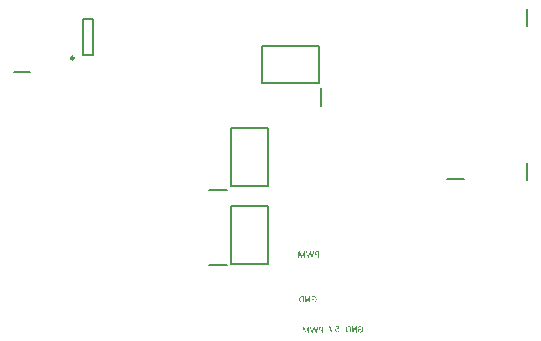
<source format=gbo>
G04*
G04 #@! TF.GenerationSoftware,Altium Limited,Altium Designer,18.1.9 (240)*
G04*
G04 Layer_Color=32896*
%FSLAX44Y44*%
%MOMM*%
G71*
G01*
G75*
%ADD11C,0.2000*%
%ADD14C,0.2500*%
G36*
X318778Y73936D02*
X318841Y73911D01*
X318866Y73899D01*
X318878Y73886D01*
X318890Y73880D01*
X318897Y73874D01*
X318928Y73842D01*
X318947Y73805D01*
X318972Y73730D01*
X318978Y73692D01*
X318984Y73661D01*
Y73643D01*
Y73636D01*
Y68875D01*
X318978Y68837D01*
X318972Y68825D01*
Y68819D01*
X318959Y68800D01*
X318941Y68794D01*
X318928Y68781D01*
X318922D01*
X318884Y68775D01*
X318853Y68769D01*
X318828Y68762D01*
X318815D01*
X318759Y68756D01*
X318703Y68750D01*
X318578D01*
X318528Y68756D01*
X318497Y68762D01*
X318484D01*
X318441Y68769D01*
X318403Y68775D01*
X318384Y68781D01*
X318378D01*
X318347Y68794D01*
X318328Y68806D01*
X318322Y68812D01*
X318316Y68819D01*
X318303Y68837D01*
X318297Y68856D01*
Y68869D01*
Y68875D01*
Y73380D01*
X316554Y68856D01*
X316535Y68825D01*
X316522Y68819D01*
Y68812D01*
X316479Y68787D01*
X316466Y68781D01*
X316460D01*
X316429Y68775D01*
X316391Y68769D01*
X316366Y68762D01*
X316360D01*
X316310Y68756D01*
X316266Y68750D01*
X316160D01*
X316116Y68756D01*
X316079D01*
X316035Y68762D01*
X316004Y68769D01*
X315985Y68775D01*
X315979D01*
X315947Y68787D01*
X315929Y68794D01*
X315923Y68806D01*
X315916D01*
X315885Y68837D01*
X315879Y68850D01*
Y68856D01*
X314054Y73380D01*
X314042D01*
Y68875D01*
X314035Y68837D01*
X314029Y68825D01*
Y68819D01*
X314011Y68800D01*
X313992Y68794D01*
X313979Y68781D01*
X313973D01*
X313942Y68775D01*
X313904Y68769D01*
X313879Y68762D01*
X313867D01*
X313811Y68756D01*
X313761Y68750D01*
X313636D01*
X313579Y68756D01*
X313548Y68762D01*
X313536D01*
X313492Y68769D01*
X313461Y68775D01*
X313442Y68781D01*
X313436D01*
X313404Y68794D01*
X313386Y68806D01*
X313379Y68812D01*
X313373Y68819D01*
X313361Y68837D01*
X313354Y68856D01*
Y68869D01*
Y68875D01*
Y73636D01*
X313361Y73692D01*
X313367Y73736D01*
X313373Y73761D01*
X313379Y73774D01*
X313398Y73818D01*
X313423Y73849D01*
X313442Y73867D01*
X313448Y73874D01*
X313479Y73899D01*
X313511Y73917D01*
X313529Y73924D01*
X313542Y73930D01*
X313579Y73942D01*
X313617Y73949D01*
X314098D01*
X314167Y73942D01*
X314223Y73936D01*
X314267Y73930D01*
X314273Y73924D01*
X314279D01*
X314329Y73899D01*
X314373Y73880D01*
X314404Y73855D01*
X314417Y73849D01*
X314460Y73805D01*
X314498Y73767D01*
X314523Y73730D01*
X314535Y73724D01*
Y73717D01*
X314573Y73649D01*
X314598Y73586D01*
X314610Y73555D01*
X314623Y73530D01*
X314629Y73517D01*
Y73511D01*
X316172Y69781D01*
X316191D01*
X317672Y73524D01*
X317703Y73599D01*
X317728Y73661D01*
X317753Y73699D01*
X317759Y73705D01*
Y73711D01*
X317797Y73767D01*
X317834Y73805D01*
X317866Y73836D01*
X317872Y73842D01*
X317878D01*
X317934Y73880D01*
X317991Y73905D01*
X318016Y73911D01*
X318034Y73917D01*
X318047Y73924D01*
X318053D01*
X318128Y73936D01*
X318203Y73949D01*
X318741D01*
X318778Y73936D01*
D02*
G37*
G36*
X326520Y73967D02*
X326545D01*
X326563Y73961D01*
X326576D01*
X326626Y73955D01*
X326657Y73942D01*
X326676Y73930D01*
X326682Y73924D01*
X326701Y73899D01*
X326707Y73874D01*
X326713Y73855D01*
Y73842D01*
X326707Y73799D01*
X326701Y73755D01*
X326695Y73717D01*
X326688Y73711D01*
Y73705D01*
X325320Y68925D01*
X325308Y68888D01*
X325295Y68856D01*
X325289Y68837D01*
X325283Y68831D01*
X325258Y68812D01*
X325226Y68794D01*
X325201Y68787D01*
X325195Y68781D01*
X325151Y68775D01*
X325101Y68769D01*
X325064Y68762D01*
X325051D01*
X324976Y68756D01*
X324901Y68750D01*
X324739D01*
X324677Y68756D01*
X324651D01*
X324633Y68762D01*
X324620D01*
X324564Y68769D01*
X324526Y68775D01*
X324495Y68781D01*
X324489D01*
X324451Y68800D01*
X324427Y68812D01*
X324414Y68825D01*
X324408Y68831D01*
X324389Y68863D01*
X324377Y68894D01*
X324364Y68919D01*
Y68925D01*
X323364Y72830D01*
X323358D01*
X322271Y68925D01*
X322258Y68888D01*
X322246Y68856D01*
X322240Y68837D01*
X322233Y68831D01*
X322208Y68812D01*
X322177Y68794D01*
X322152Y68787D01*
X322146Y68781D01*
X322102Y68775D01*
X322052Y68769D01*
X322015Y68762D01*
X322002D01*
X321933Y68756D01*
X321865Y68750D01*
X321708D01*
X321646Y68756D01*
X321621D01*
X321602Y68762D01*
X321590D01*
X321534Y68769D01*
X321490Y68775D01*
X321465Y68781D01*
X321452D01*
X321415Y68800D01*
X321390Y68812D01*
X321371Y68825D01*
X321365Y68831D01*
X321346Y68863D01*
X321327Y68894D01*
X321321Y68919D01*
X321315Y68925D01*
X319946Y73699D01*
X319934Y73761D01*
X319921Y73805D01*
Y73836D01*
Y73842D01*
X319928Y73874D01*
X319934Y73899D01*
X319946Y73911D01*
X319953Y73917D01*
X319984Y73936D01*
X320015Y73949D01*
X320040Y73961D01*
X320053D01*
X320109Y73967D01*
X320178Y73974D01*
X320321D01*
X320384Y73967D01*
X320421Y73961D01*
X320434D01*
X320478Y73955D01*
X320515Y73949D01*
X320534Y73942D01*
X320540Y73936D01*
X320565Y73924D01*
X320578Y73911D01*
X320590Y73899D01*
Y73892D01*
X320609Y73849D01*
X320615Y73830D01*
Y73824D01*
X321752Y69494D01*
X321758D01*
X322946Y73818D01*
X322958Y73849D01*
X322964Y73874D01*
X322971Y73886D01*
X322977Y73892D01*
X322996Y73911D01*
X323014Y73924D01*
X323033Y73936D01*
X323039D01*
X323071Y73949D01*
X323108Y73955D01*
X323133Y73961D01*
X323146D01*
X323202Y73967D01*
X323258Y73974D01*
X323402D01*
X323464Y73967D01*
X323483D01*
X323502Y73961D01*
X323514D01*
X323564Y73955D01*
X323602Y73949D01*
X323627Y73942D01*
X323633Y73936D01*
X323658Y73924D01*
X323677Y73911D01*
X323683Y73899D01*
X323689Y73892D01*
X323708Y73842D01*
X323714Y73824D01*
Y73818D01*
X324820Y69494D01*
X324827D01*
X325989Y73824D01*
X325995Y73855D01*
X326001Y73880D01*
X326007Y73892D01*
X326014Y73899D01*
X326026Y73917D01*
X326045Y73930D01*
X326057Y73942D01*
X326064D01*
X326095Y73955D01*
X326132Y73961D01*
X326164Y73967D01*
X326176D01*
X326232Y73974D01*
X326457D01*
X326520Y73967D01*
D02*
G37*
G36*
X330306Y73936D02*
X330363Y73917D01*
X330387Y73905D01*
X330406Y73892D01*
X330412Y73886D01*
X330419Y73880D01*
X330444Y73849D01*
X330462Y73818D01*
X330488Y73736D01*
X330494Y73705D01*
X330500Y73674D01*
Y73655D01*
Y73649D01*
Y68875D01*
X330494Y68837D01*
X330488Y68825D01*
Y68819D01*
X330469Y68800D01*
X330450Y68794D01*
X330438Y68781D01*
X330431D01*
X330400Y68775D01*
X330363Y68769D01*
X330337Y68762D01*
X330325D01*
X330269Y68756D01*
X330213Y68750D01*
X330094D01*
X330038Y68756D01*
X330006Y68762D01*
X329994D01*
X329950Y68769D01*
X329913Y68775D01*
X329894Y68781D01*
X329888D01*
X329863Y68794D01*
X329844Y68806D01*
X329838Y68812D01*
X329831Y68819D01*
X329819Y68837D01*
X329813Y68856D01*
Y68869D01*
Y68875D01*
Y70743D01*
X329225D01*
X329050Y70750D01*
X328894Y70762D01*
X328750Y70781D01*
X328632Y70806D01*
X328532Y70824D01*
X328494Y70837D01*
X328463Y70843D01*
X328438Y70849D01*
X328413Y70856D01*
X328407Y70862D01*
X328400D01*
X328276Y70912D01*
X328163Y70962D01*
X328063Y71018D01*
X327982Y71074D01*
X327913Y71124D01*
X327863Y71162D01*
X327832Y71187D01*
X327819Y71199D01*
X327732Y71287D01*
X327657Y71374D01*
X327594Y71462D01*
X327545Y71549D01*
X327501Y71618D01*
X327476Y71680D01*
X327457Y71718D01*
X327451Y71724D01*
Y71730D01*
X327407Y71849D01*
X327376Y71974D01*
X327351Y72087D01*
X327338Y72199D01*
X327326Y72293D01*
Y72330D01*
X327320Y72368D01*
Y72393D01*
Y72412D01*
Y72424D01*
Y72430D01*
X327326Y72537D01*
X327332Y72636D01*
X327345Y72730D01*
X327363Y72805D01*
X327382Y72874D01*
X327394Y72918D01*
X327401Y72949D01*
X327407Y72961D01*
X327438Y73049D01*
X327476Y73130D01*
X327513Y73205D01*
X327551Y73268D01*
X327588Y73318D01*
X327613Y73355D01*
X327632Y73380D01*
X327638Y73386D01*
X327695Y73455D01*
X327757Y73517D01*
X327819Y73568D01*
X327876Y73611D01*
X327932Y73649D01*
X327969Y73674D01*
X327994Y73692D01*
X328007Y73699D01*
X328088Y73742D01*
X328169Y73780D01*
X328238Y73805D01*
X328307Y73830D01*
X328357Y73849D01*
X328400Y73861D01*
X328425Y73867D01*
X328438D01*
X328513Y73886D01*
X328582Y73899D01*
X328644Y73911D01*
X328694Y73917D01*
X328738Y73924D01*
X328775Y73930D01*
X328800D01*
X328919Y73942D01*
X328969D01*
X329019Y73949D01*
X330269D01*
X330306Y73936D01*
D02*
G37*
G36*
X347331Y10736D02*
X347388Y10717D01*
X347419Y10692D01*
X347431Y10686D01*
Y10680D01*
X347450Y10655D01*
X347463Y10624D01*
X347481Y10561D01*
Y10530D01*
X347488Y10505D01*
Y10493D01*
Y10486D01*
Y8381D01*
Y8331D01*
X347481Y8287D01*
X347475Y8249D01*
X347463Y8224D01*
X347456Y8206D01*
X347450Y8193D01*
X347444Y8181D01*
X347400Y8149D01*
X347344Y8137D01*
X347319Y8131D01*
X347281D01*
X347169Y8137D01*
X347113D01*
X347063Y8143D01*
X347019Y8149D01*
X346988D01*
X346963Y8156D01*
X346956D01*
X346888Y8162D01*
X346819Y8168D01*
X346744Y8174D01*
X346682Y8181D01*
X346413D01*
X346300Y8168D01*
X346200Y8162D01*
X346113Y8149D01*
X346044Y8137D01*
X345988Y8131D01*
X345957Y8118D01*
X345944D01*
X345857Y8093D01*
X345775Y8062D01*
X345707Y8031D01*
X345644Y7999D01*
X345594Y7968D01*
X345563Y7943D01*
X345538Y7931D01*
X345532Y7924D01*
X345476Y7874D01*
X345426Y7824D01*
X345388Y7768D01*
X345351Y7724D01*
X345326Y7681D01*
X345307Y7643D01*
X345301Y7618D01*
X345294Y7612D01*
X345269Y7537D01*
X345244Y7462D01*
X345232Y7393D01*
X345226Y7325D01*
X345219Y7262D01*
X345213Y7218D01*
Y7187D01*
Y7175D01*
X345219Y7068D01*
X345226Y6968D01*
X345244Y6881D01*
X345257Y6812D01*
X345276Y6750D01*
X345294Y6706D01*
X345301Y6681D01*
X345307Y6668D01*
X345344Y6600D01*
X345388Y6531D01*
X345432Y6475D01*
X345469Y6425D01*
X345507Y6387D01*
X345538Y6356D01*
X345557Y6337D01*
X345563Y6331D01*
X345625Y6281D01*
X345694Y6244D01*
X345757Y6206D01*
X345819Y6181D01*
X345869Y6156D01*
X345913Y6144D01*
X345938Y6137D01*
X345951Y6131D01*
X346119Y6094D01*
X346200Y6081D01*
X346275Y6075D01*
X346344D01*
X346394Y6069D01*
X346544D01*
X346638Y6075D01*
X346719Y6087D01*
X346794Y6094D01*
X346856Y6106D01*
X346900Y6112D01*
X346925Y6119D01*
X346938D01*
X347013Y6137D01*
X347081Y6156D01*
X347138Y6175D01*
X347188Y6194D01*
X347231Y6206D01*
X347263Y6219D01*
X347281Y6225D01*
X347288D01*
X347381Y6269D01*
X347425Y6287D01*
X347456Y6306D01*
X347481Y6319D01*
X347500Y6331D01*
X347513Y6337D01*
X347519D01*
X347569Y6368D01*
X347606Y6381D01*
X347631Y6387D01*
X347656D01*
X347669Y6381D01*
X347681Y6375D01*
X347687Y6368D01*
X347713Y6337D01*
X347719Y6325D01*
X347725Y6319D01*
X347738Y6294D01*
X347744Y6262D01*
X347750Y6244D01*
Y6231D01*
Y6187D01*
Y6150D01*
Y6119D01*
Y6112D01*
Y6106D01*
Y6056D01*
Y6019D01*
Y5994D01*
Y5981D01*
X347744Y5944D01*
Y5919D01*
X347738Y5900D01*
Y5894D01*
X347719Y5856D01*
X347713Y5844D01*
Y5837D01*
X347687Y5806D01*
X347681Y5794D01*
X347675Y5787D01*
X347663Y5775D01*
X347637Y5762D01*
X347594Y5744D01*
X347556Y5719D01*
X347544Y5713D01*
X347538D01*
X347444Y5675D01*
X347356Y5644D01*
X347313Y5631D01*
X347281Y5619D01*
X347263Y5612D01*
X347256D01*
X347125Y5581D01*
X347063Y5569D01*
X347000Y5556D01*
X346950Y5550D01*
X346913Y5544D01*
X346881Y5537D01*
X346875D01*
X346713Y5519D01*
X346632Y5506D01*
X346563D01*
X346507Y5500D01*
X346419D01*
X346263Y5506D01*
X346113Y5519D01*
X345982Y5537D01*
X345863Y5556D01*
X345769Y5575D01*
X345726Y5587D01*
X345694Y5594D01*
X345669Y5600D01*
X345650Y5606D01*
X345638Y5612D01*
X345632D01*
X345501Y5663D01*
X345388Y5713D01*
X345282Y5769D01*
X345194Y5825D01*
X345119Y5875D01*
X345063Y5912D01*
X345032Y5937D01*
X345019Y5950D01*
X344926Y6037D01*
X344851Y6131D01*
X344782Y6225D01*
X344726Y6312D01*
X344682Y6387D01*
X344651Y6443D01*
X344638Y6468D01*
X344632Y6487D01*
X344626Y6493D01*
Y6500D01*
X344576Y6625D01*
X344545Y6750D01*
X344520Y6875D01*
X344501Y6993D01*
X344488Y7087D01*
Y7131D01*
X344482Y7168D01*
Y7200D01*
Y7218D01*
Y7231D01*
Y7237D01*
X344488Y7362D01*
X344501Y7474D01*
X344520Y7581D01*
X344538Y7668D01*
X344557Y7743D01*
X344576Y7799D01*
X344588Y7837D01*
X344595Y7849D01*
X344638Y7949D01*
X344695Y8037D01*
X344744Y8118D01*
X344801Y8187D01*
X344845Y8243D01*
X344882Y8287D01*
X344907Y8312D01*
X344920Y8318D01*
X345001Y8387D01*
X345094Y8449D01*
X345182Y8505D01*
X345269Y8549D01*
X345344Y8580D01*
X345401Y8605D01*
X345426Y8612D01*
X345444Y8618D01*
X345451Y8624D01*
X345457D01*
X345582Y8662D01*
X345707Y8687D01*
X345832Y8705D01*
X345951Y8718D01*
X346050Y8724D01*
X346094Y8730D01*
X346438D01*
X346475Y8724D01*
X346532D01*
X346632Y8718D01*
X346675Y8712D01*
X346719D01*
X346750Y8705D01*
X346775D01*
X346794Y8699D01*
X346800D01*
Y10149D01*
X344951D01*
X344926Y10155D01*
X344907Y10161D01*
X344869Y10186D01*
X344851Y10211D01*
X344845Y10224D01*
X344819Y10293D01*
X344807Y10367D01*
X344801Y10399D01*
Y10424D01*
Y10443D01*
Y10449D01*
Y10499D01*
X344807Y10543D01*
X344813Y10568D01*
Y10580D01*
X344826Y10618D01*
X344832Y10649D01*
X344838Y10667D01*
X344845Y10674D01*
X344857Y10699D01*
X344876Y10717D01*
X344888Y10724D01*
X344894Y10730D01*
X344920Y10742D01*
X344938Y10749D01*
X347294D01*
X347331Y10736D01*
D02*
G37*
G36*
X343632Y10767D02*
X343689D01*
X343707Y10761D01*
X343720D01*
X343770Y10755D01*
X343801Y10742D01*
X343826Y10730D01*
X343832Y10724D01*
X343851Y10699D01*
X343863Y10674D01*
X343870Y10655D01*
Y10642D01*
X343863Y10599D01*
X343851Y10555D01*
X343839Y10517D01*
X343832Y10511D01*
Y10505D01*
X342139Y5694D01*
X342120Y5656D01*
X342114Y5644D01*
Y5638D01*
X342089Y5612D01*
X342083Y5606D01*
X342076Y5600D01*
X342039Y5587D01*
X342026Y5581D01*
X342020D01*
X341989Y5575D01*
X341964D01*
X341945Y5569D01*
X341939D01*
X341902Y5562D01*
X341864Y5556D01*
X341827D01*
X341770Y5550D01*
X341589D01*
X341527Y5556D01*
X341477D01*
X341420Y5562D01*
X341383Y5569D01*
X341352Y5575D01*
X341345D01*
X341314Y5587D01*
X341289Y5606D01*
X341277Y5612D01*
X341270Y5619D01*
X341233Y5669D01*
X341227Y5688D01*
X341220Y5694D01*
X339533Y10499D01*
X339515Y10555D01*
X339502Y10599D01*
X339496Y10630D01*
Y10636D01*
Y10674D01*
X339502Y10699D01*
X339508Y10711D01*
X339515Y10717D01*
X339540Y10736D01*
X339571Y10749D01*
X339602Y10761D01*
X339615D01*
X339671Y10767D01*
X339740Y10774D01*
X339952D01*
X339977Y10767D01*
X340008D01*
X340052Y10761D01*
X340089Y10755D01*
X340108Y10749D01*
X340115Y10742D01*
X340140Y10730D01*
X340158Y10711D01*
X340164Y10705D01*
X340171Y10699D01*
X340177Y10674D01*
X340189Y10655D01*
X340196Y10630D01*
Y10624D01*
X341639Y6281D01*
X341645D01*
X343132Y10636D01*
X343145Y10661D01*
X343157Y10680D01*
X343164Y10692D01*
X343170Y10699D01*
X343182Y10717D01*
X343201Y10730D01*
X343214Y10742D01*
X343220D01*
X343251Y10755D01*
X343289Y10761D01*
X343314Y10767D01*
X343326D01*
X343382Y10774D01*
X343595D01*
X343632Y10767D01*
D02*
G37*
G36*
X322278Y10186D02*
X322341Y10161D01*
X322365Y10149D01*
X322378Y10136D01*
X322391Y10130D01*
X322397Y10124D01*
X322428Y10093D01*
X322447Y10055D01*
X322472Y9980D01*
X322478Y9942D01*
X322484Y9911D01*
Y9893D01*
Y9886D01*
Y5125D01*
X322478Y5088D01*
X322472Y5075D01*
Y5069D01*
X322459Y5050D01*
X322440Y5044D01*
X322428Y5031D01*
X322422D01*
X322384Y5025D01*
X322353Y5019D01*
X322328Y5013D01*
X322315D01*
X322259Y5006D01*
X322203Y5000D01*
X322078D01*
X322028Y5006D01*
X321997Y5013D01*
X321984D01*
X321941Y5019D01*
X321903Y5025D01*
X321884Y5031D01*
X321878D01*
X321847Y5044D01*
X321828Y5056D01*
X321822Y5063D01*
X321816Y5069D01*
X321803Y5088D01*
X321797Y5106D01*
Y5119D01*
Y5125D01*
Y9630D01*
X320054Y5106D01*
X320035Y5075D01*
X320022Y5069D01*
Y5063D01*
X319979Y5038D01*
X319966Y5031D01*
X319960D01*
X319929Y5025D01*
X319891Y5019D01*
X319866Y5013D01*
X319860D01*
X319810Y5006D01*
X319766Y5000D01*
X319660D01*
X319616Y5006D01*
X319579D01*
X319535Y5013D01*
X319504Y5019D01*
X319485Y5025D01*
X319479D01*
X319447Y5038D01*
X319429Y5044D01*
X319422Y5056D01*
X319416D01*
X319385Y5088D01*
X319379Y5100D01*
Y5106D01*
X317554Y9630D01*
X317542D01*
Y5125D01*
X317535Y5088D01*
X317529Y5075D01*
Y5069D01*
X317511Y5050D01*
X317492Y5044D01*
X317479Y5031D01*
X317473D01*
X317442Y5025D01*
X317404Y5019D01*
X317379Y5013D01*
X317367D01*
X317311Y5006D01*
X317260Y5000D01*
X317136D01*
X317079Y5006D01*
X317048Y5013D01*
X317036D01*
X316992Y5019D01*
X316961Y5025D01*
X316942Y5031D01*
X316936D01*
X316904Y5044D01*
X316886Y5056D01*
X316879Y5063D01*
X316873Y5069D01*
X316861Y5088D01*
X316854Y5106D01*
Y5119D01*
Y5125D01*
Y9886D01*
X316861Y9942D01*
X316867Y9986D01*
X316873Y10011D01*
X316879Y10024D01*
X316898Y10067D01*
X316923Y10099D01*
X316942Y10117D01*
X316948Y10124D01*
X316979Y10149D01*
X317011Y10167D01*
X317029Y10174D01*
X317042Y10180D01*
X317079Y10192D01*
X317117Y10199D01*
X317598D01*
X317667Y10192D01*
X317723Y10186D01*
X317767Y10180D01*
X317773Y10174D01*
X317779D01*
X317829Y10149D01*
X317873Y10130D01*
X317904Y10105D01*
X317917Y10099D01*
X317960Y10055D01*
X317998Y10017D01*
X318023Y9980D01*
X318035Y9974D01*
Y9967D01*
X318073Y9899D01*
X318098Y9836D01*
X318110Y9805D01*
X318123Y9780D01*
X318129Y9768D01*
Y9761D01*
X319672Y6031D01*
X319691D01*
X321172Y9774D01*
X321203Y9849D01*
X321228Y9911D01*
X321253Y9949D01*
X321259Y9955D01*
Y9961D01*
X321297Y10017D01*
X321334Y10055D01*
X321366Y10086D01*
X321372Y10093D01*
X321378D01*
X321435Y10130D01*
X321491Y10155D01*
X321516Y10161D01*
X321534Y10167D01*
X321547Y10174D01*
X321553D01*
X321628Y10186D01*
X321703Y10199D01*
X322240D01*
X322278Y10186D01*
D02*
G37*
G36*
X330020Y10217D02*
X330045D01*
X330064Y10211D01*
X330076D01*
X330126Y10205D01*
X330157Y10192D01*
X330176Y10180D01*
X330182Y10174D01*
X330201Y10149D01*
X330207Y10124D01*
X330214Y10105D01*
Y10093D01*
X330207Y10049D01*
X330201Y10005D01*
X330195Y9967D01*
X330188Y9961D01*
Y9955D01*
X328820Y5175D01*
X328808Y5138D01*
X328795Y5106D01*
X328789Y5088D01*
X328783Y5081D01*
X328758Y5063D01*
X328726Y5044D01*
X328701Y5038D01*
X328695Y5031D01*
X328651Y5025D01*
X328601Y5019D01*
X328564Y5013D01*
X328551D01*
X328476Y5006D01*
X328401Y5000D01*
X328239D01*
X328176Y5006D01*
X328152D01*
X328133Y5013D01*
X328120D01*
X328064Y5019D01*
X328027Y5025D01*
X327995Y5031D01*
X327989D01*
X327952Y5050D01*
X327926Y5063D01*
X327914Y5075D01*
X327908Y5081D01*
X327889Y5113D01*
X327877Y5144D01*
X327864Y5169D01*
Y5175D01*
X326864Y9080D01*
X326858D01*
X325771Y5175D01*
X325758Y5138D01*
X325746Y5106D01*
X325740Y5088D01*
X325733Y5081D01*
X325708Y5063D01*
X325677Y5044D01*
X325652Y5038D01*
X325646Y5031D01*
X325602Y5025D01*
X325552Y5019D01*
X325515Y5013D01*
X325502D01*
X325433Y5006D01*
X325365Y5000D01*
X325209D01*
X325146Y5006D01*
X325121D01*
X325102Y5013D01*
X325090D01*
X325033Y5019D01*
X324990Y5025D01*
X324965Y5031D01*
X324952D01*
X324915Y5050D01*
X324890Y5063D01*
X324871Y5075D01*
X324865Y5081D01*
X324846Y5113D01*
X324827Y5144D01*
X324821Y5169D01*
X324815Y5175D01*
X323446Y9949D01*
X323434Y10011D01*
X323422Y10055D01*
Y10086D01*
Y10093D01*
X323428Y10124D01*
X323434Y10149D01*
X323446Y10161D01*
X323453Y10167D01*
X323484Y10186D01*
X323515Y10199D01*
X323540Y10211D01*
X323553D01*
X323609Y10217D01*
X323678Y10224D01*
X323821D01*
X323884Y10217D01*
X323921Y10211D01*
X323934D01*
X323978Y10205D01*
X324015Y10199D01*
X324034Y10192D01*
X324040Y10186D01*
X324065Y10174D01*
X324077Y10161D01*
X324090Y10149D01*
Y10142D01*
X324109Y10099D01*
X324115Y10080D01*
Y10074D01*
X325252Y5744D01*
X325258D01*
X326446Y10067D01*
X326458Y10099D01*
X326464Y10124D01*
X326471Y10136D01*
X326477Y10142D01*
X326496Y10161D01*
X326514Y10174D01*
X326533Y10186D01*
X326539D01*
X326571Y10199D01*
X326608Y10205D01*
X326633Y10211D01*
X326646D01*
X326702Y10217D01*
X326758Y10224D01*
X326902D01*
X326964Y10217D01*
X326983D01*
X327002Y10211D01*
X327014D01*
X327064Y10205D01*
X327102Y10199D01*
X327127Y10192D01*
X327133Y10186D01*
X327158Y10174D01*
X327177Y10161D01*
X327183Y10149D01*
X327189Y10142D01*
X327208Y10093D01*
X327214Y10074D01*
Y10067D01*
X328320Y5744D01*
X328326D01*
X329489Y10074D01*
X329495Y10105D01*
X329501Y10130D01*
X329507Y10142D01*
X329514Y10149D01*
X329526Y10167D01*
X329545Y10180D01*
X329557Y10192D01*
X329564D01*
X329595Y10205D01*
X329632Y10211D01*
X329664Y10217D01*
X329676D01*
X329732Y10224D01*
X329957D01*
X330020Y10217D01*
D02*
G37*
G36*
X333806Y10186D02*
X333862Y10167D01*
X333887Y10155D01*
X333906Y10142D01*
X333913Y10136D01*
X333919Y10130D01*
X333944Y10099D01*
X333963Y10067D01*
X333988Y9986D01*
X333994Y9955D01*
X334000Y9924D01*
Y9905D01*
Y9899D01*
Y5125D01*
X333994Y5088D01*
X333988Y5075D01*
Y5069D01*
X333969Y5050D01*
X333950Y5044D01*
X333937Y5031D01*
X333931D01*
X333900Y5025D01*
X333862Y5019D01*
X333838Y5013D01*
X333825D01*
X333769Y5006D01*
X333713Y5000D01*
X333594D01*
X333538Y5006D01*
X333506Y5013D01*
X333494D01*
X333450Y5019D01*
X333413Y5025D01*
X333394Y5031D01*
X333388D01*
X333363Y5044D01*
X333344Y5056D01*
X333338Y5063D01*
X333331Y5069D01*
X333319Y5088D01*
X333313Y5106D01*
Y5119D01*
Y5125D01*
Y6993D01*
X332725D01*
X332550Y6999D01*
X332394Y7012D01*
X332250Y7031D01*
X332132Y7056D01*
X332032Y7074D01*
X331994Y7087D01*
X331963Y7093D01*
X331938Y7099D01*
X331913Y7106D01*
X331907Y7112D01*
X331900D01*
X331776Y7162D01*
X331663Y7212D01*
X331563Y7268D01*
X331482Y7324D01*
X331413Y7374D01*
X331363Y7412D01*
X331332Y7437D01*
X331319Y7449D01*
X331232Y7537D01*
X331157Y7624D01*
X331095Y7712D01*
X331045Y7799D01*
X331001Y7868D01*
X330976Y7930D01*
X330957Y7968D01*
X330951Y7974D01*
Y7980D01*
X330907Y8099D01*
X330876Y8224D01*
X330851Y8337D01*
X330838Y8449D01*
X330826Y8543D01*
Y8580D01*
X330820Y8618D01*
Y8643D01*
Y8662D01*
Y8674D01*
Y8680D01*
X330826Y8787D01*
X330832Y8887D01*
X330845Y8980D01*
X330863Y9055D01*
X330882Y9124D01*
X330895Y9168D01*
X330901Y9199D01*
X330907Y9211D01*
X330938Y9299D01*
X330976Y9380D01*
X331013Y9455D01*
X331051Y9518D01*
X331088Y9568D01*
X331113Y9605D01*
X331132Y9630D01*
X331138Y9636D01*
X331194Y9705D01*
X331257Y9768D01*
X331319Y9818D01*
X331376Y9861D01*
X331432Y9899D01*
X331469Y9924D01*
X331494Y9942D01*
X331507Y9949D01*
X331588Y9992D01*
X331669Y10030D01*
X331738Y10055D01*
X331807Y10080D01*
X331857Y10099D01*
X331900Y10111D01*
X331926Y10117D01*
X331938D01*
X332013Y10136D01*
X332082Y10149D01*
X332144Y10161D01*
X332194Y10167D01*
X332238Y10174D01*
X332275Y10180D01*
X332300D01*
X332419Y10192D01*
X332469D01*
X332519Y10199D01*
X333769D01*
X333806Y10186D01*
D02*
G37*
G36*
X326394Y36067D02*
X326588Y36042D01*
X326769Y36011D01*
X326851Y35992D01*
X326919Y35974D01*
X326988Y35955D01*
X327050Y35936D01*
X327107Y35917D01*
X327150Y35905D01*
X327182Y35892D01*
X327213Y35880D01*
X327225Y35874D01*
X327232D01*
X327400Y35793D01*
X327556Y35705D01*
X327694Y35617D01*
X327813Y35530D01*
X327913Y35449D01*
X327950Y35418D01*
X327981Y35386D01*
X328006Y35361D01*
X328025Y35343D01*
X328038Y35336D01*
X328044Y35330D01*
X328163Y35193D01*
X328269Y35049D01*
X328356Y34905D01*
X328431Y34774D01*
X328494Y34655D01*
X328513Y34605D01*
X328531Y34562D01*
X328550Y34524D01*
X328563Y34499D01*
X328569Y34480D01*
Y34474D01*
X328631Y34280D01*
X328675Y34087D01*
X328706Y33905D01*
X328725Y33730D01*
X328737Y33656D01*
Y33581D01*
X328744Y33518D01*
X328750Y33468D01*
Y33424D01*
Y33387D01*
Y33368D01*
Y33362D01*
X328744Y33143D01*
X328725Y32943D01*
X328694Y32762D01*
X328681Y32681D01*
X328662Y32599D01*
X328650Y32531D01*
X328638Y32468D01*
X328619Y32418D01*
X328606Y32375D01*
X328594Y32337D01*
X328587Y32312D01*
X328581Y32293D01*
Y32287D01*
X328506Y32112D01*
X328431Y31956D01*
X328344Y31812D01*
X328263Y31693D01*
X328194Y31593D01*
X328163Y31556D01*
X328138Y31525D01*
X328113Y31500D01*
X328094Y31481D01*
X328088Y31469D01*
X328081Y31462D01*
X327956Y31344D01*
X327819Y31237D01*
X327688Y31144D01*
X327563Y31069D01*
X327450Y31006D01*
X327407Y30987D01*
X327363Y30969D01*
X327332Y30950D01*
X327307Y30938D01*
X327294Y30931D01*
X327288D01*
X327107Y30869D01*
X326919Y30825D01*
X326738Y30794D01*
X326569Y30775D01*
X326494Y30763D01*
X326426D01*
X326369Y30756D01*
X326313Y30750D01*
X326213D01*
X326069Y30756D01*
X326001D01*
X325945Y30763D01*
X325895Y30769D01*
X325851D01*
X325826Y30775D01*
X325820D01*
X325676Y30794D01*
X325607Y30806D01*
X325545Y30819D01*
X325495Y30831D01*
X325457Y30838D01*
X325432Y30844D01*
X325426D01*
X325282Y30881D01*
X325220Y30900D01*
X325157Y30919D01*
X325113Y30931D01*
X325076Y30944D01*
X325051Y30956D01*
X325045D01*
X324976Y30981D01*
X324920Y31006D01*
X324870Y31025D01*
X324826Y31044D01*
X324789Y31062D01*
X324763Y31069D01*
X324751Y31081D01*
X324745D01*
X324701Y31106D01*
X324670Y31131D01*
X324645Y31150D01*
X324620Y31175D01*
X324595Y31206D01*
X324589Y31212D01*
Y31219D01*
X324564Y31281D01*
X324557Y31337D01*
X324551Y31362D01*
Y31381D01*
Y31394D01*
Y31400D01*
Y33374D01*
X324557Y33424D01*
X324564Y33462D01*
X324570Y33487D01*
X324576Y33499D01*
X324595Y33537D01*
X324613Y33562D01*
X324626Y33581D01*
X324632Y33587D01*
X324657Y33605D01*
X324682Y33624D01*
X324707Y33630D01*
X324714Y33637D01*
X324745Y33649D01*
X324776Y33656D01*
X326463D01*
X326482Y33649D01*
X326494Y33643D01*
X326501Y33637D01*
X326532Y33605D01*
X326538Y33593D01*
X326544Y33587D01*
X326557Y33562D01*
X326563Y33530D01*
X326569Y33512D01*
Y33499D01*
X326576Y33456D01*
Y33412D01*
Y33381D01*
Y33374D01*
Y33368D01*
Y33318D01*
X326569Y33274D01*
X326563Y33237D01*
X326557Y33206D01*
Y33187D01*
X326551Y33168D01*
X326544Y33162D01*
Y33156D01*
X326513Y33118D01*
X326482Y33099D01*
X326457Y33093D01*
X325238D01*
Y31581D01*
X325401Y31506D01*
X325476Y31475D01*
X325551Y31450D01*
X325613Y31431D01*
X325657Y31419D01*
X325688Y31406D01*
X325701D01*
X325882Y31375D01*
X325963Y31362D01*
X326038Y31356D01*
X326101D01*
X326144Y31350D01*
X326188D01*
X326332Y31356D01*
X326469Y31369D01*
X326594Y31394D01*
X326707Y31419D01*
X326800Y31437D01*
X326832Y31450D01*
X326869Y31462D01*
X326894Y31469D01*
X326913Y31475D01*
X326919Y31481D01*
X326926D01*
X327044Y31537D01*
X327157Y31600D01*
X327257Y31669D01*
X327344Y31731D01*
X327413Y31793D01*
X327463Y31837D01*
X327494Y31869D01*
X327507Y31881D01*
X327594Y31987D01*
X327669Y32093D01*
X327732Y32206D01*
X327788Y32306D01*
X327831Y32393D01*
X327863Y32468D01*
X327875Y32493D01*
X327882Y32512D01*
X327888Y32524D01*
Y32531D01*
X327931Y32681D01*
X327969Y32831D01*
X327994Y32981D01*
X328006Y33118D01*
X328013Y33181D01*
X328019Y33237D01*
Y33287D01*
X328025Y33331D01*
Y33362D01*
Y33393D01*
Y33406D01*
Y33412D01*
X328019Y33574D01*
X328006Y33730D01*
X327988Y33868D01*
X327963Y33993D01*
X327938Y34093D01*
X327931Y34137D01*
X327919Y34168D01*
X327913Y34199D01*
X327906Y34218D01*
X327900Y34230D01*
Y34237D01*
X327850Y34374D01*
X327794Y34499D01*
X327732Y34611D01*
X327675Y34705D01*
X327625Y34787D01*
X327581Y34843D01*
X327556Y34880D01*
X327544Y34893D01*
X327450Y34993D01*
X327357Y35080D01*
X327257Y35155D01*
X327169Y35218D01*
X327088Y35268D01*
X327025Y35299D01*
X327000Y35311D01*
X326982Y35324D01*
X326975Y35330D01*
X326969D01*
X326838Y35380D01*
X326701Y35418D01*
X326576Y35449D01*
X326451Y35468D01*
X326351Y35480D01*
X326307D01*
X326269Y35486D01*
X326194D01*
X326063Y35480D01*
X325945Y35474D01*
X325844Y35461D01*
X325751Y35449D01*
X325676Y35430D01*
X325620Y35418D01*
X325588Y35411D01*
X325576Y35405D01*
X325482Y35374D01*
X325395Y35349D01*
X325320Y35318D01*
X325251Y35293D01*
X325201Y35268D01*
X325157Y35255D01*
X325132Y35243D01*
X325126Y35236D01*
X325057Y35205D01*
X325001Y35174D01*
X324951Y35149D01*
X324907Y35124D01*
X324870Y35105D01*
X324845Y35086D01*
X324832Y35080D01*
X324826Y35074D01*
X324789Y35049D01*
X324751Y35030D01*
X324701Y35011D01*
X324670Y34999D01*
X324664D01*
X324626Y35005D01*
X324620Y35011D01*
X324613D01*
X324595Y35030D01*
X324582Y35049D01*
X324576Y35061D01*
Y35068D01*
X324564Y35099D01*
X324557Y35130D01*
X324551Y35155D01*
Y35161D01*
X324545Y35205D01*
X324539Y35249D01*
Y35280D01*
Y35286D01*
Y35293D01*
X324545Y35380D01*
X324551Y35443D01*
X324557Y35461D01*
Y35480D01*
X324564Y35492D01*
X324582Y35543D01*
X324607Y35580D01*
X324632Y35605D01*
X324638Y35611D01*
X324664Y35630D01*
X324688Y35655D01*
X324751Y35699D01*
X324782Y35711D01*
X324801Y35730D01*
X324820Y35736D01*
X324826Y35742D01*
X324939Y35799D01*
X324995Y35824D01*
X325045Y35849D01*
X325095Y35867D01*
X325132Y35880D01*
X325157Y35892D01*
X325163D01*
X325320Y35942D01*
X325395Y35967D01*
X325470Y35986D01*
X325532Y35999D01*
X325582Y36011D01*
X325613Y36017D01*
X325626D01*
X325826Y36049D01*
X325919Y36061D01*
X326001Y36067D01*
X326076Y36074D01*
X326182D01*
X326394Y36067D01*
D02*
G37*
G36*
X317784Y35986D02*
X317840Y35967D01*
X317878Y35949D01*
X317884Y35936D01*
X317890D01*
X317915Y35911D01*
X317934Y35874D01*
X317959Y35805D01*
X317965Y35768D01*
X317971Y35742D01*
Y35724D01*
Y35717D01*
Y31100D01*
X317965Y31044D01*
X317959Y31000D01*
X317946Y30962D01*
X317928Y30931D01*
X317915Y30912D01*
X317903Y30894D01*
X317896Y30887D01*
X317890Y30881D01*
X317828Y30850D01*
X317778Y30831D01*
X317734Y30825D01*
X316622D01*
X316384Y30831D01*
X316166Y30850D01*
X316066Y30863D01*
X315966Y30875D01*
X315884Y30894D01*
X315803Y30906D01*
X315728Y30919D01*
X315666Y30938D01*
X315610Y30950D01*
X315566Y30962D01*
X315528Y30975D01*
X315497Y30981D01*
X315485Y30987D01*
X315478D01*
X315303Y31056D01*
X315147Y31131D01*
X315010Y31212D01*
X314897Y31294D01*
X314797Y31369D01*
X314760Y31400D01*
X314729Y31425D01*
X314704Y31450D01*
X314685Y31469D01*
X314679Y31475D01*
X314672Y31481D01*
X314554Y31612D01*
X314454Y31750D01*
X314366Y31887D01*
X314297Y32018D01*
X314241Y32137D01*
X314216Y32187D01*
X314198Y32231D01*
X314185Y32262D01*
X314172Y32287D01*
X314166Y32306D01*
Y32312D01*
X314110Y32506D01*
X314066Y32706D01*
X314035Y32906D01*
X314010Y33087D01*
X314004Y33168D01*
X313997Y33249D01*
Y33318D01*
X313991Y33374D01*
Y33424D01*
Y33456D01*
Y33481D01*
Y33487D01*
X313997Y33699D01*
X314016Y33893D01*
X314041Y34074D01*
X314060Y34155D01*
X314072Y34224D01*
X314085Y34293D01*
X314104Y34355D01*
X314116Y34405D01*
X314129Y34449D01*
X314141Y34486D01*
X314147Y34511D01*
X314154Y34524D01*
Y34530D01*
X314223Y34699D01*
X314297Y34855D01*
X314379Y34986D01*
X314454Y35105D01*
X314522Y35199D01*
X314554Y35236D01*
X314585Y35268D01*
X314604Y35293D01*
X314622Y35311D01*
X314629Y35318D01*
X314635Y35324D01*
X314760Y35436D01*
X314885Y35536D01*
X315016Y35624D01*
X315141Y35699D01*
X315247Y35749D01*
X315291Y35774D01*
X315335Y35793D01*
X315366Y35805D01*
X315391Y35817D01*
X315403Y35824D01*
X315410D01*
X315591Y35880D01*
X315785Y35924D01*
X315972Y35955D01*
X316153Y35980D01*
X316234Y35986D01*
X316309Y35992D01*
X316378D01*
X316434Y35999D01*
X317722D01*
X317784Y35986D01*
D02*
G37*
G36*
X319809Y36005D02*
X319846Y35999D01*
X319858D01*
X319902Y35992D01*
X319933Y35986D01*
X319958Y35980D01*
X319965Y35974D01*
X319990Y35961D01*
X320009Y35942D01*
X320015Y35936D01*
X320021Y35930D01*
X320033Y35899D01*
Y35886D01*
Y35880D01*
Y33074D01*
Y32956D01*
Y32837D01*
Y32724D01*
Y32624D01*
Y32537D01*
Y32468D01*
Y32443D01*
Y32425D01*
Y32418D01*
Y32412D01*
Y32287D01*
Y32168D01*
Y32056D01*
X320027Y31956D01*
Y31875D01*
Y31812D01*
Y31787D01*
Y31769D01*
Y31762D01*
Y31756D01*
X320096Y31893D01*
X320127Y31956D01*
X320158Y32012D01*
X320177Y32062D01*
X320196Y32100D01*
X320208Y32125D01*
X320215Y32131D01*
X320283Y32268D01*
X320315Y32331D01*
X320346Y32387D01*
X320371Y32437D01*
X320390Y32475D01*
X320402Y32500D01*
X320408Y32506D01*
X320477Y32650D01*
X320515Y32718D01*
X320546Y32775D01*
X320571Y32824D01*
X320590Y32868D01*
X320602Y32893D01*
X320608Y32899D01*
X320690Y33049D01*
X320727Y33118D01*
X320758Y33181D01*
X320783Y33231D01*
X320808Y33268D01*
X320821Y33299D01*
X320827Y33306D01*
X322039Y35574D01*
X322083Y35661D01*
X322127Y35724D01*
X322139Y35749D01*
X322152Y35768D01*
X322164Y35774D01*
Y35780D01*
X322208Y35836D01*
X322245Y35874D01*
X322277Y35899D01*
X322283Y35905D01*
X322289D01*
X322339Y35936D01*
X322383Y35961D01*
X322420Y35967D01*
X322427Y35974D01*
X322433D01*
X322495Y35986D01*
X322564Y35999D01*
X323008D01*
X323045Y35986D01*
X323108Y35967D01*
X323133Y35955D01*
X323151Y35942D01*
X323164Y35936D01*
X323170Y35930D01*
X323201Y35899D01*
X323220Y35867D01*
X323245Y35786D01*
X323251Y35755D01*
X323258Y35724D01*
Y35705D01*
Y35699D01*
Y30925D01*
X323251Y30887D01*
X323245Y30875D01*
Y30869D01*
X323226Y30850D01*
X323208Y30844D01*
X323195Y30831D01*
X323189D01*
X323158Y30825D01*
X323126Y30819D01*
X323101Y30812D01*
X323089D01*
X323033Y30806D01*
X322976Y30800D01*
X322851D01*
X322802Y30806D01*
X322770Y30812D01*
X322758D01*
X322714Y30819D01*
X322677Y30825D01*
X322658Y30831D01*
X322652D01*
X322620Y30844D01*
X322602Y30856D01*
X322595Y30863D01*
X322589Y30869D01*
X322577Y30894D01*
X322570Y30906D01*
Y30919D01*
Y30925D01*
Y34049D01*
Y34162D01*
Y34268D01*
Y34368D01*
Y34455D01*
X322577Y34530D01*
Y34593D01*
Y34630D01*
Y34636D01*
Y34643D01*
Y34755D01*
Y34861D01*
X322583Y34961D01*
Y35049D01*
Y35124D01*
X322589Y35180D01*
Y35218D01*
Y35230D01*
X322577D01*
X322495Y35055D01*
X322458Y34974D01*
X322420Y34905D01*
X322389Y34843D01*
X322364Y34793D01*
X322352Y34762D01*
X322345Y34749D01*
X322302Y34655D01*
X322252Y34568D01*
X322214Y34486D01*
X322170Y34418D01*
X322139Y34355D01*
X322114Y34305D01*
X322102Y34280D01*
X322095Y34268D01*
X320521Y31325D01*
X320490Y31269D01*
X320465Y31219D01*
X320433Y31175D01*
X320415Y31137D01*
X320390Y31106D01*
X320377Y31087D01*
X320371Y31075D01*
X320365Y31069D01*
X320308Y31000D01*
X320265Y30956D01*
X320233Y30925D01*
X320221Y30912D01*
X320165Y30875D01*
X320115Y30850D01*
X320077Y30838D01*
X320071Y30831D01*
X320065D01*
X320002Y30819D01*
X319940Y30812D01*
X319615D01*
X319577Y30819D01*
X319552Y30825D01*
X319546D01*
X319509Y30844D01*
X319477Y30856D01*
X319452Y30869D01*
X319446Y30875D01*
X319415Y30906D01*
X319396Y30938D01*
X319384Y30962D01*
X319377Y30969D01*
X319359Y31012D01*
X319352Y31056D01*
X319346Y31094D01*
Y31100D01*
Y31106D01*
Y35880D01*
Y35899D01*
X319352Y35917D01*
X319359Y35924D01*
X319365Y35930D01*
X319384Y35949D01*
X319402Y35961D01*
X319415Y35974D01*
X319421D01*
X319452Y35986D01*
X319490Y35992D01*
X319515Y35999D01*
X319527D01*
X319584Y36005D01*
X319634Y36011D01*
X319758D01*
X319809Y36005D01*
D02*
G37*
G36*
X365894Y10567D02*
X366088Y10542D01*
X366269Y10511D01*
X366351Y10492D01*
X366419Y10474D01*
X366488Y10455D01*
X366550Y10436D01*
X366607Y10417D01*
X366650Y10405D01*
X366682Y10392D01*
X366713Y10380D01*
X366725Y10374D01*
X366732D01*
X366900Y10293D01*
X367057Y10205D01*
X367194Y10117D01*
X367313Y10030D01*
X367413Y9949D01*
X367450Y9918D01*
X367481Y9886D01*
X367506Y9861D01*
X367525Y9843D01*
X367538Y9836D01*
X367544Y9830D01*
X367663Y9693D01*
X367769Y9549D01*
X367856Y9405D01*
X367931Y9274D01*
X367994Y9155D01*
X368013Y9105D01*
X368031Y9061D01*
X368050Y9024D01*
X368063Y8999D01*
X368069Y8980D01*
Y8974D01*
X368131Y8780D01*
X368175Y8587D01*
X368206Y8405D01*
X368225Y8231D01*
X368237Y8156D01*
Y8080D01*
X368244Y8018D01*
X368250Y7968D01*
Y7924D01*
Y7887D01*
Y7868D01*
Y7862D01*
X368244Y7643D01*
X368225Y7443D01*
X368194Y7262D01*
X368181Y7181D01*
X368162Y7099D01*
X368150Y7031D01*
X368138Y6968D01*
X368119Y6918D01*
X368106Y6875D01*
X368094Y6837D01*
X368088Y6812D01*
X368081Y6793D01*
Y6787D01*
X368006Y6612D01*
X367931Y6456D01*
X367844Y6312D01*
X367763Y6194D01*
X367694Y6094D01*
X367663Y6056D01*
X367638Y6025D01*
X367613Y6000D01*
X367594Y5981D01*
X367588Y5969D01*
X367581Y5962D01*
X367456Y5844D01*
X367319Y5737D01*
X367188Y5644D01*
X367063Y5569D01*
X366950Y5506D01*
X366907Y5487D01*
X366863Y5469D01*
X366832Y5450D01*
X366807Y5437D01*
X366794Y5431D01*
X366788D01*
X366607Y5369D01*
X366419Y5325D01*
X366238Y5294D01*
X366069Y5275D01*
X365994Y5263D01*
X365926D01*
X365869Y5256D01*
X365813Y5250D01*
X365713D01*
X365569Y5256D01*
X365501D01*
X365444Y5263D01*
X365395Y5269D01*
X365351D01*
X365326Y5275D01*
X365320D01*
X365176Y5294D01*
X365107Y5306D01*
X365045Y5319D01*
X364995Y5331D01*
X364957Y5337D01*
X364932Y5344D01*
X364926D01*
X364782Y5381D01*
X364720Y5400D01*
X364657Y5419D01*
X364613Y5431D01*
X364576Y5444D01*
X364551Y5456D01*
X364545D01*
X364476Y5481D01*
X364420Y5506D01*
X364370Y5525D01*
X364326Y5544D01*
X364288Y5562D01*
X364263Y5569D01*
X364251Y5581D01*
X364245D01*
X364201Y5606D01*
X364170Y5631D01*
X364145Y5650D01*
X364120Y5675D01*
X364095Y5706D01*
X364089Y5712D01*
Y5719D01*
X364064Y5781D01*
X364057Y5837D01*
X364051Y5862D01*
Y5881D01*
Y5894D01*
Y5900D01*
Y7874D01*
X364057Y7924D01*
X364064Y7962D01*
X364070Y7987D01*
X364076Y7999D01*
X364095Y8037D01*
X364114Y8062D01*
X364126Y8080D01*
X364132Y8087D01*
X364157Y8105D01*
X364182Y8124D01*
X364207Y8130D01*
X364213Y8137D01*
X364245Y8149D01*
X364276Y8156D01*
X365963D01*
X365982Y8149D01*
X365994Y8143D01*
X366001Y8137D01*
X366032Y8105D01*
X366038Y8093D01*
X366044Y8087D01*
X366057Y8062D01*
X366063Y8030D01*
X366069Y8012D01*
Y7999D01*
X366076Y7956D01*
Y7912D01*
Y7881D01*
Y7874D01*
Y7868D01*
Y7818D01*
X366069Y7774D01*
X366063Y7737D01*
X366057Y7706D01*
Y7687D01*
X366051Y7668D01*
X366044Y7662D01*
Y7656D01*
X366013Y7618D01*
X365982Y7599D01*
X365957Y7593D01*
X364738D01*
Y6081D01*
X364901Y6006D01*
X364976Y5975D01*
X365051Y5950D01*
X365113Y5931D01*
X365157Y5919D01*
X365188Y5906D01*
X365201D01*
X365382Y5875D01*
X365463Y5862D01*
X365538Y5856D01*
X365601D01*
X365644Y5850D01*
X365688D01*
X365832Y5856D01*
X365969Y5869D01*
X366094Y5894D01*
X366207Y5919D01*
X366301Y5937D01*
X366332Y5950D01*
X366369Y5962D01*
X366394Y5969D01*
X366413Y5975D01*
X366419Y5981D01*
X366426D01*
X366544Y6037D01*
X366657Y6100D01*
X366757Y6169D01*
X366844Y6231D01*
X366913Y6294D01*
X366963Y6337D01*
X366994Y6368D01*
X367007Y6381D01*
X367094Y6487D01*
X367169Y6593D01*
X367231Y6706D01*
X367288Y6806D01*
X367332Y6893D01*
X367363Y6968D01*
X367375Y6993D01*
X367382Y7012D01*
X367388Y7024D01*
Y7031D01*
X367431Y7181D01*
X367469Y7331D01*
X367494Y7481D01*
X367506Y7618D01*
X367513Y7681D01*
X367519Y7737D01*
Y7787D01*
X367525Y7831D01*
Y7862D01*
Y7893D01*
Y7906D01*
Y7912D01*
X367519Y8074D01*
X367506Y8231D01*
X367488Y8368D01*
X367463Y8493D01*
X367438Y8593D01*
X367431Y8637D01*
X367419Y8668D01*
X367413Y8699D01*
X367407Y8718D01*
X367400Y8730D01*
Y8737D01*
X367350Y8874D01*
X367294Y8999D01*
X367231Y9111D01*
X367175Y9205D01*
X367125Y9287D01*
X367081Y9343D01*
X367057Y9380D01*
X367044Y9393D01*
X366950Y9493D01*
X366857Y9580D01*
X366757Y9655D01*
X366669Y9718D01*
X366588Y9768D01*
X366525Y9799D01*
X366500Y9811D01*
X366482Y9824D01*
X366475Y9830D01*
X366469D01*
X366338Y9880D01*
X366200Y9918D01*
X366076Y9949D01*
X365951Y9967D01*
X365851Y9980D01*
X365807D01*
X365769Y9986D01*
X365694D01*
X365563Y9980D01*
X365444Y9974D01*
X365345Y9961D01*
X365251Y9949D01*
X365176Y9930D01*
X365120Y9918D01*
X365088Y9911D01*
X365076Y9905D01*
X364982Y9874D01*
X364895Y9849D01*
X364820Y9818D01*
X364751Y9793D01*
X364701Y9768D01*
X364657Y9755D01*
X364632Y9743D01*
X364626Y9736D01*
X364557Y9705D01*
X364501Y9674D01*
X364451Y9649D01*
X364407Y9624D01*
X364370Y9605D01*
X364345Y9586D01*
X364332Y9580D01*
X364326Y9574D01*
X364288Y9549D01*
X364251Y9530D01*
X364201Y9511D01*
X364170Y9499D01*
X364164D01*
X364126Y9505D01*
X364120Y9511D01*
X364114D01*
X364095Y9530D01*
X364082Y9549D01*
X364076Y9561D01*
Y9568D01*
X364064Y9599D01*
X364057Y9630D01*
X364051Y9655D01*
Y9661D01*
X364045Y9705D01*
X364039Y9749D01*
Y9780D01*
Y9786D01*
Y9793D01*
X364045Y9880D01*
X364051Y9943D01*
X364057Y9961D01*
Y9980D01*
X364064Y9992D01*
X364082Y10043D01*
X364107Y10080D01*
X364132Y10105D01*
X364138Y10111D01*
X364164Y10130D01*
X364188Y10155D01*
X364251Y10199D01*
X364282Y10211D01*
X364301Y10230D01*
X364320Y10236D01*
X364326Y10243D01*
X364439Y10299D01*
X364495Y10324D01*
X364545Y10349D01*
X364595Y10367D01*
X364632Y10380D01*
X364657Y10392D01*
X364663D01*
X364820Y10442D01*
X364895Y10467D01*
X364970Y10486D01*
X365032Y10499D01*
X365082Y10511D01*
X365113Y10517D01*
X365126D01*
X365326Y10549D01*
X365420Y10561D01*
X365501Y10567D01*
X365576Y10574D01*
X365682D01*
X365894Y10567D01*
D02*
G37*
G36*
X357284Y10486D02*
X357340Y10467D01*
X357378Y10449D01*
X357384Y10436D01*
X357390D01*
X357415Y10411D01*
X357434Y10374D01*
X357459Y10305D01*
X357465Y10267D01*
X357472Y10243D01*
Y10224D01*
Y10217D01*
Y5600D01*
X357465Y5544D01*
X357459Y5500D01*
X357447Y5462D01*
X357428Y5431D01*
X357415Y5412D01*
X357403Y5394D01*
X357397Y5387D01*
X357390Y5381D01*
X357328Y5350D01*
X357278Y5331D01*
X357234Y5325D01*
X356122D01*
X355884Y5331D01*
X355666Y5350D01*
X355566Y5362D01*
X355466Y5375D01*
X355384Y5394D01*
X355303Y5406D01*
X355228Y5419D01*
X355166Y5437D01*
X355110Y5450D01*
X355066Y5462D01*
X355028Y5475D01*
X354997Y5481D01*
X354985Y5487D01*
X354978D01*
X354803Y5556D01*
X354647Y5631D01*
X354510Y5712D01*
X354397Y5794D01*
X354297Y5869D01*
X354260Y5900D01*
X354229Y5925D01*
X354204Y5950D01*
X354185Y5969D01*
X354179Y5975D01*
X354172Y5981D01*
X354054Y6112D01*
X353954Y6250D01*
X353866Y6387D01*
X353797Y6518D01*
X353741Y6637D01*
X353716Y6687D01*
X353698Y6731D01*
X353685Y6762D01*
X353672Y6787D01*
X353666Y6806D01*
Y6812D01*
X353610Y7006D01*
X353566Y7206D01*
X353535Y7406D01*
X353510Y7587D01*
X353504Y7668D01*
X353498Y7749D01*
Y7818D01*
X353491Y7874D01*
Y7924D01*
Y7956D01*
Y7981D01*
Y7987D01*
X353498Y8199D01*
X353516Y8393D01*
X353541Y8574D01*
X353560Y8655D01*
X353573Y8724D01*
X353585Y8793D01*
X353604Y8855D01*
X353616Y8905D01*
X353629Y8949D01*
X353641Y8986D01*
X353647Y9011D01*
X353654Y9024D01*
Y9030D01*
X353722Y9199D01*
X353797Y9355D01*
X353879Y9486D01*
X353954Y9605D01*
X354022Y9699D01*
X354054Y9736D01*
X354085Y9768D01*
X354104Y9793D01*
X354122Y9811D01*
X354129Y9818D01*
X354135Y9824D01*
X354260Y9936D01*
X354385Y10036D01*
X354516Y10124D01*
X354641Y10199D01*
X354747Y10249D01*
X354791Y10274D01*
X354835Y10293D01*
X354866Y10305D01*
X354891Y10317D01*
X354903Y10324D01*
X354910D01*
X355091Y10380D01*
X355285Y10424D01*
X355472Y10455D01*
X355653Y10480D01*
X355734Y10486D01*
X355809Y10492D01*
X355878D01*
X355934Y10499D01*
X357222D01*
X357284Y10486D01*
D02*
G37*
G36*
X359309Y10505D02*
X359346Y10499D01*
X359358D01*
X359402Y10492D01*
X359434Y10486D01*
X359459Y10480D01*
X359465Y10474D01*
X359490Y10461D01*
X359509Y10442D01*
X359515Y10436D01*
X359521Y10430D01*
X359534Y10399D01*
Y10386D01*
Y10380D01*
Y7574D01*
Y7456D01*
Y7337D01*
Y7225D01*
Y7125D01*
Y7037D01*
Y6968D01*
Y6943D01*
Y6925D01*
Y6918D01*
Y6912D01*
Y6787D01*
Y6668D01*
Y6556D01*
X359527Y6456D01*
Y6375D01*
Y6312D01*
Y6287D01*
Y6269D01*
Y6262D01*
Y6256D01*
X359596Y6393D01*
X359627Y6456D01*
X359658Y6512D01*
X359677Y6562D01*
X359696Y6600D01*
X359708Y6625D01*
X359715Y6631D01*
X359783Y6768D01*
X359815Y6831D01*
X359846Y6887D01*
X359871Y6937D01*
X359890Y6975D01*
X359902Y7000D01*
X359908Y7006D01*
X359977Y7150D01*
X360015Y7218D01*
X360046Y7275D01*
X360071Y7325D01*
X360090Y7368D01*
X360102Y7393D01*
X360108Y7400D01*
X360190Y7549D01*
X360227Y7618D01*
X360258Y7681D01*
X360283Y7731D01*
X360308Y7768D01*
X360321Y7799D01*
X360327Y7806D01*
X361539Y10074D01*
X361583Y10161D01*
X361627Y10224D01*
X361639Y10249D01*
X361652Y10267D01*
X361664Y10274D01*
Y10280D01*
X361708Y10336D01*
X361745Y10374D01*
X361777Y10399D01*
X361783Y10405D01*
X361789D01*
X361839Y10436D01*
X361883Y10461D01*
X361920Y10467D01*
X361927Y10474D01*
X361933D01*
X361995Y10486D01*
X362064Y10499D01*
X362508D01*
X362545Y10486D01*
X362608Y10467D01*
X362633Y10455D01*
X362651Y10442D01*
X362664Y10436D01*
X362670Y10430D01*
X362701Y10399D01*
X362720Y10367D01*
X362745Y10286D01*
X362751Y10255D01*
X362758Y10224D01*
Y10205D01*
Y10199D01*
Y5425D01*
X362751Y5387D01*
X362745Y5375D01*
Y5369D01*
X362726Y5350D01*
X362708Y5344D01*
X362695Y5331D01*
X362689D01*
X362658Y5325D01*
X362626Y5319D01*
X362601Y5312D01*
X362589D01*
X362533Y5306D01*
X362477Y5300D01*
X362351D01*
X362301Y5306D01*
X362270Y5312D01*
X362258D01*
X362214Y5319D01*
X362177Y5325D01*
X362158Y5331D01*
X362151D01*
X362120Y5344D01*
X362102Y5356D01*
X362095Y5362D01*
X362089Y5369D01*
X362077Y5394D01*
X362070Y5406D01*
Y5419D01*
Y5425D01*
Y8549D01*
Y8662D01*
Y8768D01*
Y8868D01*
Y8955D01*
X362077Y9030D01*
Y9093D01*
Y9130D01*
Y9136D01*
Y9143D01*
Y9255D01*
Y9361D01*
X362083Y9461D01*
Y9549D01*
Y9624D01*
X362089Y9680D01*
Y9718D01*
Y9730D01*
X362077D01*
X361995Y9555D01*
X361958Y9474D01*
X361920Y9405D01*
X361889Y9343D01*
X361864Y9293D01*
X361852Y9262D01*
X361845Y9249D01*
X361802Y9155D01*
X361752Y9068D01*
X361714Y8986D01*
X361670Y8918D01*
X361639Y8855D01*
X361614Y8805D01*
X361602Y8780D01*
X361595Y8768D01*
X360021Y5825D01*
X359990Y5769D01*
X359965Y5719D01*
X359933Y5675D01*
X359915Y5637D01*
X359890Y5606D01*
X359877Y5587D01*
X359871Y5575D01*
X359865Y5569D01*
X359808Y5500D01*
X359765Y5456D01*
X359733Y5425D01*
X359721Y5412D01*
X359665Y5375D01*
X359615Y5350D01*
X359577Y5337D01*
X359571Y5331D01*
X359565D01*
X359502Y5319D01*
X359440Y5312D01*
X359115D01*
X359077Y5319D01*
X359052Y5325D01*
X359046D01*
X359009Y5344D01*
X358977Y5356D01*
X358952Y5369D01*
X358946Y5375D01*
X358915Y5406D01*
X358896Y5437D01*
X358884Y5462D01*
X358877Y5469D01*
X358859Y5512D01*
X358852Y5556D01*
X358846Y5594D01*
Y5600D01*
Y5606D01*
Y10380D01*
Y10399D01*
X358852Y10417D01*
X358859Y10424D01*
X358865Y10430D01*
X358884Y10449D01*
X358902Y10461D01*
X358915Y10474D01*
X358921D01*
X358952Y10486D01*
X358990Y10492D01*
X359015Y10499D01*
X359027D01*
X359084Y10505D01*
X359134Y10511D01*
X359258D01*
X359309Y10505D01*
D02*
G37*
%LPC*%
G36*
X329813Y73380D02*
X329182D01*
X329050Y73374D01*
X328988Y73368D01*
X328932D01*
X328888Y73361D01*
X328850Y73355D01*
X328825Y73349D01*
X328819D01*
X328750Y73336D01*
X328682Y73318D01*
X328619Y73299D01*
X328569Y73274D01*
X328519Y73255D01*
X328488Y73236D01*
X328463Y73224D01*
X328457Y73218D01*
X328394Y73174D01*
X328338Y73124D01*
X328288Y73068D01*
X328244Y73018D01*
X328207Y72974D01*
X328182Y72936D01*
X328169Y72911D01*
X328163Y72899D01*
X328126Y72818D01*
X328094Y72730D01*
X328076Y72643D01*
X328057Y72555D01*
X328051Y72487D01*
X328044Y72424D01*
Y72387D01*
Y72380D01*
Y72374D01*
Y72287D01*
X328057Y72212D01*
X328069Y72137D01*
X328082Y72074D01*
X328094Y72018D01*
X328107Y71980D01*
X328113Y71949D01*
X328119Y71943D01*
X328151Y71874D01*
X328182Y71812D01*
X328219Y71749D01*
X328251Y71699D01*
X328282Y71662D01*
X328307Y71631D01*
X328326Y71612D01*
X328332Y71606D01*
X328388Y71556D01*
X328444Y71512D01*
X328501Y71474D01*
X328557Y71437D01*
X328601Y71412D01*
X328638Y71393D01*
X328669Y71387D01*
X328675Y71381D01*
X328757Y71356D01*
X328844Y71337D01*
X328932Y71324D01*
X329013Y71318D01*
X329082Y71312D01*
X329144Y71306D01*
X329813D01*
Y73380D01*
D02*
G37*
G36*
X333313Y9630D02*
X332682D01*
X332550Y9624D01*
X332488Y9618D01*
X332432D01*
X332388Y9611D01*
X332350Y9605D01*
X332325Y9599D01*
X332319D01*
X332250Y9586D01*
X332182Y9568D01*
X332119Y9549D01*
X332069Y9524D01*
X332019Y9505D01*
X331988Y9486D01*
X331963Y9474D01*
X331957Y9468D01*
X331894Y9424D01*
X331838Y9374D01*
X331788Y9318D01*
X331744Y9268D01*
X331707Y9224D01*
X331682Y9186D01*
X331669Y9161D01*
X331663Y9149D01*
X331626Y9068D01*
X331594Y8980D01*
X331576Y8893D01*
X331557Y8805D01*
X331551Y8737D01*
X331544Y8674D01*
Y8637D01*
Y8630D01*
Y8624D01*
Y8537D01*
X331557Y8462D01*
X331569Y8387D01*
X331582Y8324D01*
X331594Y8268D01*
X331607Y8230D01*
X331613Y8199D01*
X331619Y8193D01*
X331651Y8124D01*
X331682Y8062D01*
X331719Y7999D01*
X331751Y7949D01*
X331782Y7912D01*
X331807Y7880D01*
X331825Y7862D01*
X331832Y7855D01*
X331888Y7806D01*
X331944Y7762D01*
X332001Y7724D01*
X332057Y7687D01*
X332100Y7662D01*
X332138Y7643D01*
X332169Y7637D01*
X332175Y7631D01*
X332257Y7606D01*
X332344Y7587D01*
X332432Y7574D01*
X332513Y7568D01*
X332582Y7562D01*
X332644Y7556D01*
X333313D01*
Y9630D01*
D02*
G37*
G36*
X317284Y35424D02*
X316584D01*
X316397Y35418D01*
X316222Y35399D01*
X316078Y35374D01*
X315953Y35349D01*
X315897Y35336D01*
X315853Y35324D01*
X315810Y35311D01*
X315778Y35299D01*
X315753Y35286D01*
X315728Y35280D01*
X315722Y35274D01*
X315716D01*
X315591Y35211D01*
X315485Y35149D01*
X315385Y35080D01*
X315303Y35011D01*
X315241Y34955D01*
X315191Y34905D01*
X315166Y34874D01*
X315154Y34861D01*
X315072Y34762D01*
X315004Y34655D01*
X314947Y34549D01*
X314904Y34449D01*
X314866Y34368D01*
X314841Y34299D01*
X314835Y34274D01*
X314829Y34255D01*
X314822Y34243D01*
Y34237D01*
X314785Y34099D01*
X314760Y33962D01*
X314741Y33830D01*
X314729Y33712D01*
X314722Y33605D01*
X314716Y33562D01*
Y33524D01*
Y33499D01*
Y33474D01*
Y33462D01*
Y33456D01*
X314722Y33262D01*
X314735Y33087D01*
X314754Y32931D01*
X314772Y32799D01*
X314785Y32737D01*
X314797Y32687D01*
X314810Y32643D01*
X314816Y32606D01*
X314822Y32575D01*
X314829Y32556D01*
X314835Y32543D01*
Y32537D01*
X314879Y32400D01*
X314935Y32275D01*
X314991Y32168D01*
X315047Y32075D01*
X315097Y32000D01*
X315141Y31943D01*
X315166Y31912D01*
X315179Y31900D01*
X315266Y31812D01*
X315360Y31731D01*
X315460Y31669D01*
X315547Y31612D01*
X315628Y31575D01*
X315691Y31544D01*
X315716Y31531D01*
X315735Y31525D01*
X315741Y31519D01*
X315747D01*
X315878Y31481D01*
X316022Y31450D01*
X316159Y31431D01*
X316291Y31412D01*
X316403Y31406D01*
X316453D01*
X316497Y31400D01*
X317284D01*
Y35424D01*
D02*
G37*
G36*
X356784Y9924D02*
X356084D01*
X355897Y9918D01*
X355722Y9899D01*
X355578Y9874D01*
X355453Y9849D01*
X355397Y9836D01*
X355353Y9824D01*
X355310Y9811D01*
X355278Y9799D01*
X355253Y9786D01*
X355228Y9780D01*
X355222Y9774D01*
X355216D01*
X355091Y9711D01*
X354985Y9649D01*
X354885Y9580D01*
X354803Y9511D01*
X354741Y9455D01*
X354691Y9405D01*
X354666Y9374D01*
X354654Y9361D01*
X354572Y9262D01*
X354504Y9155D01*
X354447Y9049D01*
X354403Y8949D01*
X354366Y8868D01*
X354341Y8799D01*
X354335Y8774D01*
X354329Y8755D01*
X354322Y8743D01*
Y8737D01*
X354285Y8599D01*
X354260Y8462D01*
X354241Y8331D01*
X354229Y8212D01*
X354222Y8105D01*
X354216Y8062D01*
Y8024D01*
Y7999D01*
Y7974D01*
Y7962D01*
Y7956D01*
X354222Y7762D01*
X354235Y7587D01*
X354254Y7431D01*
X354272Y7300D01*
X354285Y7237D01*
X354297Y7187D01*
X354310Y7143D01*
X354316Y7106D01*
X354322Y7074D01*
X354329Y7056D01*
X354335Y7043D01*
Y7037D01*
X354379Y6900D01*
X354435Y6775D01*
X354491Y6668D01*
X354547Y6575D01*
X354597Y6500D01*
X354641Y6443D01*
X354666Y6412D01*
X354678Y6400D01*
X354766Y6312D01*
X354860Y6231D01*
X354960Y6169D01*
X355047Y6112D01*
X355128Y6075D01*
X355191Y6043D01*
X355216Y6031D01*
X355235Y6025D01*
X355241Y6019D01*
X355247D01*
X355378Y5981D01*
X355522Y5950D01*
X355659Y5931D01*
X355791Y5912D01*
X355903Y5906D01*
X355953D01*
X355997Y5900D01*
X356784D01*
Y9924D01*
D02*
G37*
%LPD*%
D11*
X331150Y216230D02*
Y248230D01*
X282150D02*
X331150D01*
X282150Y216230D02*
Y248230D01*
Y216230D02*
X331150D01*
X332450Y197480D02*
Y212730D01*
X256000Y63500D02*
X288000D01*
Y112500D01*
X256000D02*
X288000D01*
X256000Y63500D02*
Y112500D01*
X237250Y62200D02*
X252500D01*
X237250Y126100D02*
X252520D01*
X256020Y129480D02*
Y178520D01*
X287980D01*
Y129480D02*
Y178520D01*
X256020Y129480D02*
X287980D01*
X438820Y135500D02*
X453570D01*
X506750Y134120D02*
Y148870D01*
X506500Y264750D02*
Y279500D01*
X130600Y240640D02*
X139600D01*
X130600Y270640D02*
X139600D01*
X130600Y240640D02*
Y270640D01*
X139600Y240640D02*
Y270640D01*
X72600Y225750D02*
X86400D01*
D14*
X123250Y237640D02*
G03*
X123250Y237640I-1250J0D01*
G01*
M02*

</source>
